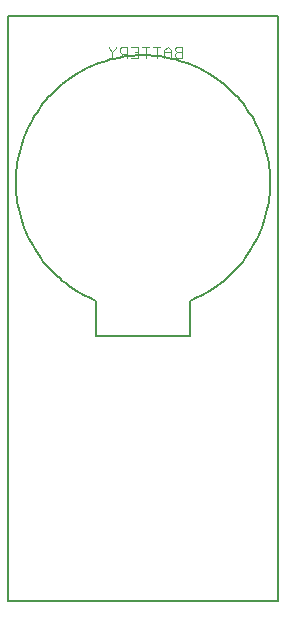
<source format=gbo>
G75*
%MOIN*%
%OFA0B0*%
%FSLAX24Y24*%
%IPPOS*%
%LPD*%
%AMOC8*
5,1,8,0,0,1.08239X$1,22.5*
%
%ADD10C,0.0080*%
%ADD11C,0.0030*%
D10*
X000150Y000150D02*
X009150Y000150D01*
X009150Y019650D01*
X000150Y019650D01*
X000150Y000150D01*
X003075Y008989D02*
X006225Y008989D01*
X006225Y010170D01*
X006344Y010220D01*
X006462Y010274D01*
X006578Y010331D01*
X006692Y010391D01*
X006805Y010455D01*
X006915Y010523D01*
X007023Y010593D01*
X007129Y010667D01*
X007233Y010745D01*
X007334Y010825D01*
X007433Y010908D01*
X007530Y010995D01*
X007623Y011084D01*
X007714Y011176D01*
X007802Y011271D01*
X007887Y011369D01*
X007969Y011469D01*
X008048Y011571D01*
X008124Y011676D01*
X008196Y011783D01*
X008266Y011892D01*
X008331Y012004D01*
X008394Y012117D01*
X008453Y012232D01*
X008508Y012349D01*
X008560Y012467D01*
X008608Y012587D01*
X008653Y012709D01*
X008694Y012832D01*
X008731Y012956D01*
X008764Y013081D01*
X008793Y013207D01*
X008819Y013333D01*
X008840Y013461D01*
X008858Y013589D01*
X008872Y013718D01*
X008882Y013847D01*
X008888Y013976D01*
X008890Y014105D01*
X008888Y014235D01*
X008882Y014364D01*
X008872Y014493D01*
X008859Y014621D01*
X008841Y014749D01*
X008819Y014877D01*
X008794Y015004D01*
X008765Y015130D01*
X008732Y015255D01*
X008695Y015379D01*
X008654Y015502D01*
X008610Y015623D01*
X008562Y015743D01*
X008510Y015862D01*
X008455Y015979D01*
X008396Y016094D01*
X008333Y016207D01*
X008268Y016319D01*
X008198Y016428D01*
X008126Y016535D01*
X008050Y016640D01*
X007971Y016743D01*
X007889Y016843D01*
X007804Y016940D01*
X007717Y017035D01*
X007626Y017127D01*
X007532Y017217D01*
X007436Y017303D01*
X007337Y017387D01*
X007236Y017467D01*
X007132Y017544D01*
X007026Y017619D01*
X006918Y017689D01*
X006808Y017757D01*
X006695Y017821D01*
X006581Y017882D01*
X006465Y017939D01*
X006347Y017992D01*
X006228Y018042D01*
X006107Y018089D01*
X005985Y018131D01*
X005862Y018170D01*
X005737Y018205D01*
X005612Y018236D01*
X005485Y018264D01*
X005358Y018287D01*
X005230Y018307D01*
X005102Y018323D01*
X004973Y018335D01*
X004844Y018343D01*
X004715Y018347D01*
X004585Y018347D01*
X004456Y018343D01*
X004327Y018335D01*
X004198Y018323D01*
X004070Y018307D01*
X003942Y018287D01*
X003815Y018264D01*
X003688Y018236D01*
X003563Y018205D01*
X003438Y018170D01*
X003315Y018131D01*
X003193Y018089D01*
X003072Y018042D01*
X002953Y017992D01*
X002835Y017939D01*
X002719Y017882D01*
X002605Y017821D01*
X002492Y017757D01*
X002382Y017689D01*
X002274Y017619D01*
X002168Y017544D01*
X002064Y017467D01*
X001963Y017387D01*
X001864Y017303D01*
X001768Y017217D01*
X001674Y017127D01*
X001583Y017035D01*
X001496Y016940D01*
X001411Y016843D01*
X001329Y016743D01*
X001250Y016640D01*
X001174Y016535D01*
X001102Y016428D01*
X001032Y016319D01*
X000967Y016207D01*
X000904Y016094D01*
X000845Y015979D01*
X000790Y015862D01*
X000738Y015743D01*
X000690Y015623D01*
X000646Y015502D01*
X000605Y015379D01*
X000568Y015255D01*
X000535Y015130D01*
X000506Y015004D01*
X000481Y014877D01*
X000459Y014749D01*
X000441Y014621D01*
X000428Y014493D01*
X000418Y014364D01*
X000412Y014235D01*
X000410Y014105D01*
X000412Y013976D01*
X000418Y013847D01*
X000428Y013718D01*
X000442Y013589D01*
X000460Y013461D01*
X000481Y013333D01*
X000507Y013207D01*
X000536Y013081D01*
X000569Y012956D01*
X000606Y012832D01*
X000647Y012709D01*
X000692Y012587D01*
X000740Y012467D01*
X000792Y012349D01*
X000847Y012232D01*
X000906Y012117D01*
X000969Y012004D01*
X001034Y011892D01*
X001104Y011783D01*
X001176Y011676D01*
X001252Y011571D01*
X001331Y011469D01*
X001413Y011369D01*
X001498Y011271D01*
X001586Y011176D01*
X001677Y011084D01*
X001770Y010995D01*
X001867Y010908D01*
X001966Y010825D01*
X002067Y010745D01*
X002171Y010667D01*
X002277Y010593D01*
X002385Y010523D01*
X002495Y010455D01*
X002608Y010391D01*
X002722Y010331D01*
X002838Y010274D01*
X002956Y010220D01*
X003075Y010170D01*
X003075Y008989D01*
D11*
X003630Y018265D02*
X003630Y018450D01*
X003506Y018574D01*
X003506Y018635D01*
X003630Y018450D02*
X003753Y018574D01*
X003753Y018635D01*
X003875Y018574D02*
X003875Y018450D01*
X003936Y018388D01*
X004122Y018388D01*
X004122Y018265D02*
X004122Y018635D01*
X003936Y018635D01*
X003875Y018574D01*
X003998Y018388D02*
X003875Y018265D01*
X004243Y018265D02*
X004490Y018265D01*
X004490Y018635D01*
X004243Y018635D01*
X004367Y018450D02*
X004490Y018450D01*
X004611Y018635D02*
X004858Y018635D01*
X004980Y018635D02*
X005227Y018635D01*
X005348Y018512D02*
X005348Y018265D01*
X005348Y018450D02*
X005595Y018450D01*
X005595Y018512D02*
X005471Y018635D01*
X005348Y018512D01*
X005595Y018512D02*
X005595Y018265D01*
X005716Y018327D02*
X005778Y018265D01*
X005963Y018265D01*
X005963Y018635D01*
X005778Y018635D01*
X005716Y018574D01*
X005716Y018512D01*
X005778Y018450D01*
X005963Y018450D01*
X005778Y018450D02*
X005716Y018388D01*
X005716Y018327D01*
X005103Y018265D02*
X005103Y018635D01*
X004735Y018635D02*
X004735Y018265D01*
M02*

</source>
